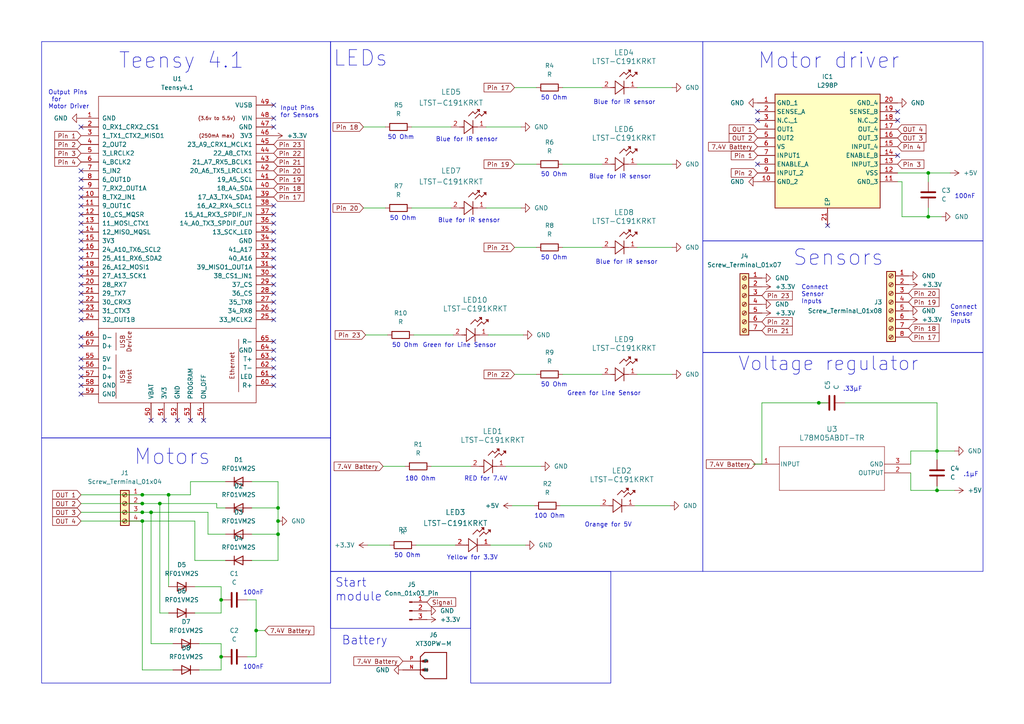
<source format=kicad_sch>
(kicad_sch (version 20230121) (generator eeschema)
  (paper "A4")
  (lib_symbols
    (symbol "Connector:Conn_01x03_Pin" (pin_names (offset 1.016) hide)
      (property "Reference" "J" (at 0 5.08 0))
      (property "Value" "Conn_01x03_Pin" (at 0 -5.08 0))
      (symbol "Conn_01x03_Pin_1_1"
        (pin passive line (at 5.08 2.54 180) (length 3.81) (name "Pin_1") (number "1"))
        (pin passive line (at 5.08 0 180) (length 3.81) (name "Pin_2") (number "2"))
        (pin passive line (at 5.08 -2.54 180) (length 3.81) (name "Pin_3") (number "3"))
      )
    )
    (symbol "Connector:Screw_Terminal_01x04" (pin_names (offset 1.016) hide)
      (property "Reference" "J" (at 0 5.08 0))
      (property "Value" "Screw_Terminal_01x04" (at 0 -7.62 0))
      (symbol "Screw_Terminal_01x04_1_1"
        (pin passive line (at -5.08 2.54 0) (length 3.81) (name "Pin_1") (number "1"))
        (pin passive line (at -5.08 0 0) (length 3.81) (name "Pin_2") (number "2"))
        (pin passive line (at -5.08 -2.54 0) (length 3.81) (name "Pin_3") (number "3"))
        (pin passive line (at -5.08 -5.08 0) (length 3.81) (name "Pin_4") (number "4"))
      )
    )
    (symbol "Connector:Screw_Terminal_01x07" (pin_names (offset 1.016) hide)
      (property "Reference" "J" (at 0 10.16 0))
      (property "Value" "Screw_Terminal_01x07" (at 0 -10.16 0))
      (symbol "Screw_Terminal_01x07_1_1"
        (pin passive line (at -5.08 7.62 0) (length 3.81) (name "Pin_1") (number "1"))
        (pin passive line (at -5.08 5.08 0) (length 3.81) (name "Pin_2") (number "2"))
        (pin passive line (at -5.08 2.54 0) (length 3.81) (name "Pin_3") (number "3"))
        (pin passive line (at -5.08 0 0) (length 3.81) (name "Pin_4") (number "4"))
        (pin passive line (at -5.08 -2.54 0) (length 3.81) (name "Pin_5") (number "5"))
        (pin passive line (at -5.08 -5.08 0) (length 3.81) (name "Pin_6") (number "6"))
        (pin passive line (at -5.08 -7.62 0) (length 3.81) (name "Pin_7") (number "7"))
      )
    )
    (symbol "Connector:Screw_Terminal_01x08" (pin_names (offset 1.016) hide)
      (property "Reference" "J" (at 0 10.16 0))
      (property "Value" "Screw_Terminal_01x08" (at 0 -12.7 0))
      (symbol "Screw_Terminal_01x08_1_1"
        (pin passive line (at -5.08 7.62 0) (length 3.81) (name "Pin_1") (number "1"))
        (pin passive line (at -5.08 5.08 0) (length 3.81) (name "Pin_2") (number "2"))
        (pin passive line (at -5.08 2.54 0) (length 3.81) (name "Pin_3") (number "3"))
        (pin passive line (at -5.08 0 0) (length 3.81) (name "Pin_4") (number "4"))
        (pin passive line (at -5.08 -2.54 0) (length 3.81) (name "Pin_5") (number "5"))
        (pin passive line (at -5.08 -5.08 0) (length 3.81) (name "Pin_6") (number "6"))
        (pin passive line (at -5.08 -7.62 0) (length 3.81) (name "Pin_7") (number "7"))
        (pin passive line (at -5.08 -10.16 0) (length 3.81) (name "Pin_8") (number "8"))
      )
    )
    (symbol "Device:C" (pin_numbers hide) (pin_names (offset 0.254))
      (property "Reference" "C" (at 0.635 2.54 0))
      (property "Value" "C" (at 0.635 -2.54 0))
      (symbol "C_1_1"
        (pin passive line (at 0 3.81 270) (length 2.794) (name "~") (number "1"))
        (pin passive line (at 0 -3.81 90) (length 2.794) (name "~") (number "2"))
      )
    )
    (symbol "Device:R" (pin_numbers hide) (pin_names (offset 0))
      (property "Reference" "R" (at 2.032 0 90))
      (property "Value" "R" (at 0 0 90))
      (symbol "R_1_1"
        (pin passive line (at 0 3.81 270) (length 1.27) (name "~") (number "1"))
        (pin passive line (at 0 -3.81 90) (length 1.27) (name "~") (number "2"))
      )
    )
    (symbol "Diode:RF01VM2S" (pin_numbers hide) (pin_names hide)
      (property "Reference" "D" (at 0 2.54 0))
      (property "Value" "RF01VM2S" (at 0 -2.54 0))
      (symbol "RF01VM2S_1_1"
        (pin passive line (at -3.81 0 0) (length 2.54) (name "K") (number "1"))
        (pin passive line (at 3.81 0 180) (length 2.54) (name "A") (number "2"))
      )
    )
    (symbol "L298P:L298P"
      (property "Reference" "IC" (at 36.83 7.62 0))
      (property "Value" "L298P" (at 36.83 5.08 0))
      (symbol "L298P_1_1"
        (pin passive line (at 0 0 0) (length 5.08) (name "GND_1") (number "1"))
        (pin passive line (at 0 -22.86 0) (length 5.08) (name "GND_2") (number "10"))
        (pin passive line (at 40.64 -22.86 180) (length 5.08) (name "GND_3") (number "11"))
        (pin passive line (at 40.64 -20.32 180) (length 5.08) (name "VSS") (number "12"))
        (pin passive line (at 40.64 -17.78 180) (length 5.08) (name "INPUT_3") (number "13"))
        (pin passive line (at 40.64 -15.24 180) (length 5.08) (name "ENABLE_B") (number "14"))
        (pin passive line (at 40.64 -12.7 180) (length 5.08) (name "INPUT_4") (number "15"))
        (pin passive line (at 40.64 -10.16 180) (length 5.08) (name "OUT_3") (number "16"))
        (pin passive line (at 40.64 -7.62 180) (length 5.08) (name "OUT_4") (number "17"))
        (pin passive line (at 40.64 -5.08 180) (length 5.08) (name "N.C._2") (number "18"))
        (pin passive line (at 40.64 -2.54 180) (length 5.08) (name "SENSE_B") (number "19"))
        (pin passive line (at 0 -2.54 0) (length 5.08) (name "SENSE_A") (number "2"))
        (pin passive line (at 40.64 0 180) (length 5.08) (name "GND_4") (number "20"))
        (pin passive line (at 20.32 -35.56 90) (length 5.08) (name "EP") (number "21"))
        (pin passive line (at 0 -5.08 0) (length 5.08) (name "N.C._1") (number "3"))
        (pin passive line (at 0 -7.62 0) (length 5.08) (name "OUT1") (number "4"))
        (pin passive line (at 0 -10.16 0) (length 5.08) (name "OUT2") (number "5"))
        (pin passive line (at 0 -12.7 0) (length 5.08) (name "VS") (number "6"))
        (pin passive line (at 0 -15.24 0) (length 5.08) (name "INPUT1") (number "7"))
        (pin passive line (at 0 -17.78 0) (length 5.08) (name "ENABLE_A") (number "8"))
        (pin passive line (at 0 -20.32 0) (length 5.08) (name "INPUT_2") (number "9"))
      )
    )
    (symbol "L78M05ABDT-TR:L78M05ABDT-TR" (pin_names (offset 0.254))
      (property "Reference" "U3" (at 22.86 10.16 0))
      (property "Value" "L78M05ABDT-TR" (at 22.86 7.62 0))
      (symbol "L78M05ABDT-TR_0_1"
        (pin input line (at 0 0 0) (length 7.62) (name "INPUT") (number "1"))
        (pin power_out line (at 45.72 0 180) (length 7.62) (name "GND") (number "3"))
      )
      (symbol "L78M05ABDT-TR_1_1"
        (pin power_out line (at 45.72 -2.54 180) (length 7.62) (name "OUTPUT") (number "2"))
      )
    )
    (symbol "LED--:LTST-C191KRKT" (pin_names (offset 0.254))
      (property "Reference" "LED" (at 5.08 -4.445 0))
      (property "Value" "LTST-C191KRKT" (at 5.08 -7.62 0))
      (symbol "LTST-C191KRKT_1_1"
        (pin unspecified line (at 10.16 0 180) (length 2.54) (name "") (number "1"))
        (pin unspecified line (at 0 0 0) (length 2.54) (name "") (number "2"))
      )
      (symbol "LTST-C191KRKT_1_2"
        (pin unspecified line (at 0 10.16 270) (length 2.54) (name "") (number "1"))
        (pin unspecified line (at 0 0 90) (length 2.54) (name "") (number "2"))
      )
    )
    (symbol "XT30PW-M:XT30PW-M" (pin_names (offset 1.016))
      (property "Reference" "J6" (at -3.81 7.62 0))
      (property "Value" "XT30PW-M" (at -3.81 5.08 0))
      (symbol "XT30PW-M_1_0"
        (pin power_out line (at 5.08 -2.54 180) (length 5.08) (name "N") (number "N"))
        (pin power_out line (at 5.08 0 180) (length 5.08) (name "P") (number "P"))
      )
    )
    (symbol "power:+3.3V" (power) (pin_names (offset 0))
      (property "Value" "+3.3V" (at 0 3.556 0))
      (symbol "+3.3V_1_1"
        (pin power_in line (at 0 0 90) (length 0) hide (name "+3.3V") (number "1"))
      )
    )
    (symbol "power:+5V" (power) (pin_names (offset 0))
      (property "Value" "+5V" (at 0 3.556 0))
      (symbol "+5V_1_1"
        (pin power_in line (at 0 0 90) (length 0) hide (name "+5V") (number "1"))
      )
    )
    (symbol "power:GND" (power) (pin_names (offset 0))
      (property "Value" "GND" (at 0 -3.81 0))
      (symbol "GND_1_1"
        (pin power_in line (at 0 0 270) (length 0) hide (name "GND") (number "1"))
      )
    )
    (symbol "teensy:Teensy4.1" (pin_names (offset 1.016))
      (property "Reference" "U" (at 0 64.77 0))
      (property "Value" "Teensy4.1" (at 0 62.23 0))
      (symbol "Teensy4.1_0_0"
        (text "(250mA max)" (at 11.43 49.53 0) (effects (font (size 1.016 1.016))))
        (text "(3.6v to 5.5v)" (at 11.43 54.61 0) (effects (font (size 1.016 1.016))))
        (text "Device" (at -13.97 -10.16 900) (effects (font (size 1.27 1.27))))
        (text "Ethernet" (at 15.875 -17.145 900) (effects (font (size 1.27 1.27))))
        (text "Host" (at -13.97 -20.32 900) (effects (font (size 1.27 1.27))))
        (text "USB" (at -15.875 -20.32 900) (effects (font (size 1.27 1.27))))
        (text "USB" (at -15.875 -10.16 900) (effects (font (size 1.27 1.27))))
        (pin bidirectional line (at -27.94 31.75 0) (length 5.08) (name "8_TX2_IN1") (number "10"))
        (pin bidirectional line (at -27.94 29.21 0) (length 5.08) (name "9_OUT1C") (number "11"))
        (pin bidirectional line (at -27.94 26.67 0) (length 5.08) (name "10_CS_MQSR") (number "12"))
        (pin bidirectional line (at -27.94 24.13 0) (length 5.08) (name "11_MOSI_CTX1") (number "13"))
        (pin bidirectional line (at -27.94 21.59 0) (length 5.08) (name "12_MISO_MQSL") (number "14"))
        (pin power_in line (at -27.94 19.05 0) (length 5.08) (name "3V3") (number "15"))
        (pin bidirectional line (at -27.94 16.51 0) (length 5.08) (name "24_A10_TX6_SCL2") (number "16"))
        (pin bidirectional line (at -27.94 13.97 0) (length 5.08) (name "25_A11_RX6_SDA2") (number "17"))
        (pin bidirectional line (at -27.94 11.43 0) (length 5.08) (name "26_A12_MOSI1") (number "18"))
        (pin bidirectional line (at -27.94 8.89 0) (length 5.08) (name "27_A13_SCK1") (number "19"))
        (pin bidirectional line (at -27.94 6.35 0) (length 5.08) (name "28_RX7") (number "20"))
        (pin bidirectional line (at -27.94 3.81 0) (length 5.08) (name "29_TX7") (number "21"))
        (pin bidirectional line (at -27.94 1.27 0) (length 5.08) (name "30_CRX3") (number "22"))
        (pin bidirectional line (at -27.94 -1.27 0) (length 5.08) (name "31_CTX3") (number "23"))
        (pin bidirectional line (at -27.94 -3.81 0) (length 5.08) (name "32_OUT1B") (number "24"))
        (pin bidirectional line (at 27.94 -3.81 180) (length 5.08) (name "33_MCLK2") (number "25"))
        (pin bidirectional line (at 27.94 -1.27 180) (length 5.08) (name "34_RX8") (number "26"))
        (pin bidirectional line (at 27.94 1.27 180) (length 5.08) (name "35_TX8") (number "27"))
        (pin bidirectional line (at 27.94 3.81 180) (length 5.08) (name "36_CS") (number "28"))
        (pin bidirectional line (at 27.94 6.35 180) (length 5.08) (name "37_CS") (number "29"))
        (pin bidirectional line (at 27.94 8.89 180) (length 5.08) (name "38_CS1_IN1") (number "30"))
        (pin bidirectional line (at 27.94 11.43 180) (length 5.08) (name "39_MISO1_OUT1A") (number "31"))
        (pin bidirectional line (at 27.94 13.97 180) (length 5.08) (name "40_A16") (number "32"))
        (pin bidirectional line (at 27.94 16.51 180) (length 5.08) (name "41_A17") (number "33"))
        (pin bidirectional line (at 27.94 21.59 180) (length 5.08) (name "13_SCK_LED") (number "35"))
        (pin bidirectional line (at 27.94 24.13 180) (length 5.08) (name "14_A0_TX3_SPDIF_OUT") (number "36"))
        (pin bidirectional line (at 27.94 26.67 180) (length 5.08) (name "15_A1_RX3_SPDIF_IN") (number "37"))
        (pin bidirectional line (at 27.94 29.21 180) (length 5.08) (name "16_A2_RX4_SCL1") (number "38"))
        (pin bidirectional line (at 27.94 31.75 180) (length 5.08) (name "17_A3_TX4_SDA1") (number "39"))
        (pin bidirectional line (at 27.94 34.29 180) (length 5.08) (name "18_A4_SDA") (number "40"))
        (pin bidirectional line (at 27.94 36.83 180) (length 5.08) (name "19_A5_SCL") (number "41"))
        (pin bidirectional line (at 27.94 39.37 180) (length 5.08) (name "20_A6_TX5_LRCLK1") (number "42"))
        (pin bidirectional line (at 27.94 41.91 180) (length 5.08) (name "21_A7_RX5_BCLK1") (number "43"))
        (pin bidirectional line (at 27.94 44.45 180) (length 5.08) (name "22_A8_CTX1") (number "44"))
        (pin bidirectional line (at 27.94 46.99 180) (length 5.08) (name "23_A9_CRX1_MCLK1") (number "45"))
        (pin output line (at 27.94 49.53 180) (length 5.08) (name "3V3") (number "46"))
        (pin output line (at 27.94 52.07 180) (length 5.08) (name "GND") (number "47"))
        (pin power_in line (at 27.94 54.61 180) (length 5.08) (name "VIN") (number "48"))
        (pin power_out line (at 27.94 58.42 180) (length 5.08) (name "VUSB") (number "49"))
        (pin bidirectional line (at -27.94 44.45 0) (length 5.08) (name "3_LRCLK2") (number "5"))
        (pin power_in line (at -7.62 -33.02 90) (length 5.08) (name "VBAT") (number "50"))
        (pin power_in line (at -3.81 -33.02 90) (length 5.08) (name "3V3") (number "51"))
        (pin input line (at 0 -33.02 90) (length 5.08) (name "GND") (number "52"))
        (pin input line (at 3.81 -33.02 90) (length 5.08) (name "PROGRAM") (number "53"))
        (pin input line (at 7.62 -33.02 90) (length 5.08) (name "ON_OFF") (number "54"))
        (pin power_out line (at -27.94 -15.24 0) (length 5.08) (name "5V") (number "55"))
        (pin bidirectional line (at -27.94 -17.78 0) (length 5.08) (name "D-") (number "56"))
        (pin bidirectional line (at -27.94 -20.32 0) (length 5.08) (name "D+") (number "57"))
        (pin power_in line (at -27.94 -22.86 0) (length 5.08) (name "GND") (number "58"))
        (pin power_in line (at -27.94 -25.4 0) (length 5.08) (name "GND") (number "59"))
        (pin bidirectional line (at -27.94 41.91 0) (length 5.08) (name "4_BCLK2") (number "6"))
        (pin bidirectional line (at 27.94 -22.86 180) (length 5.08) (name "R+") (number "60"))
        (pin bidirectional line (at 27.94 -20.32 180) (length 5.08) (name "LED") (number "61"))
        (pin bidirectional line (at 27.94 -17.78 180) (length 5.08) (name "T-") (number "62"))
        (pin bidirectional line (at 27.94 -15.24 180) (length 5.08) (name "T+") (number "63"))
        (pin power_in line (at 27.94 -12.7 180) (length 5.08) (name "GND") (number "64"))
        (pin bidirectional line (at 27.94 -10.16 180) (length 5.08) (name "R-") (number "65"))
        (pin bidirectional line (at -27.94 -8.89 0) (length 5.08) (name "D-") (number "66"))
        (pin bidirectional line (at -27.94 -11.43 0) (length 5.08) (name "D+") (number "67"))
        (pin bidirectional line (at -27.94 39.37 0) (length 5.08) (name "5_IN2") (number "7"))
        (pin bidirectional line (at -27.94 36.83 0) (length 5.08) (name "6_OUT1D") (number "8"))
        (pin bidirectional line (at -27.94 34.29 0) (length 5.08) (name "7_RX2_OUT1A") (number "9"))
      )
      (symbol "Teensy4.1_1_1"
        (pin power_in line (at -27.94 54.61 0) (length 5.08) (name "GND") (number "1"))
        (pin bidirectional line (at -27.94 52.07 0) (length 5.08) (name "0_RX1_CRX2_CS1") (number "2"))
        (pin bidirectional line (at -27.94 49.53 0) (length 5.08) (name "1_TX1_CTX2_MISO1") (number "3"))
        (pin power_in line (at 27.94 19.05 180) (length 5.08) (name "GND") (number "34"))
        (pin bidirectional line (at -27.94 46.99 0) (length 5.08) (name "2_OUT2") (number "4"))
      )
    )
  )
  (junction (at 80.645 154.94))
  (junction (at 237.49 116.84))
  (junction (at 74.295 182.88))
  (junction (at 269.24 62.865))
  (junction (at 80.645 147.32))
  (junction (at 80.645 151.13))
  (junction (at 41.275 146.05))
  (junction (at 46.355 146.05))
  (junction (at 48.895 143.51))
  (junction (at 64.135 173.99))
  (junction (at 41.275 148.59))
  (junction (at 41.275 151.13))
  (junction (at 64.135 190.5))
  (junction (at 271.78 142.24))
  (junction (at 271.78 130.81))
  (junction (at 269.24 50.165))
  (junction (at 43.815 148.59))
  (junction (at 41.275 143.51))
  (no_connect (at 59.055 121.92))
  (no_connect (at 23.495 80.01))
  (no_connect (at 79.375 69.85))
  (no_connect (at 79.375 77.47))
  (no_connect (at 23.495 67.31))
  (no_connect (at 79.375 92.71))
  (no_connect (at 23.495 90.17))
  (no_connect (at 79.375 85.09))
  (no_connect (at 260.35 32.385))
  (no_connect (at 79.375 74.93))
  (no_connect (at 79.375 64.77))
  (no_connect (at 23.495 52.07))
  (no_connect (at 240.03 65.405))
  (no_connect (at 79.375 59.69))
  (no_connect (at 23.495 92.71))
  (no_connect (at 79.375 67.31))
  (no_connect (at 23.495 69.85))
  (no_connect (at 79.375 106.68))
  (no_connect (at 51.435 121.92))
  (no_connect (at 23.495 82.55))
  (no_connect (at 79.375 30.48))
  (no_connect (at 79.375 87.63))
  (no_connect (at 79.375 104.14))
  (no_connect (at 23.495 49.53))
  (no_connect (at 23.495 106.68))
  (no_connect (at 23.495 97.79))
  (no_connect (at 79.375 34.29))
  (no_connect (at 79.375 80.01))
  (no_connect (at 23.495 104.14))
  (no_connect (at 23.495 111.76))
  (no_connect (at 79.375 99.06))
  (no_connect (at 79.375 90.17))
  (no_connect (at 23.495 54.61))
  (no_connect (at 260.35 45.085))
  (no_connect (at 47.625 121.92))
  (no_connect (at 79.375 82.55))
  (no_connect (at 23.495 114.3))
  (no_connect (at 23.495 72.39))
  (no_connect (at 23.495 62.23))
  (no_connect (at 79.375 72.39))
  (no_connect (at 79.375 109.22))
  (no_connect (at 23.495 85.09))
  (no_connect (at 219.71 47.625))
  (no_connect (at 23.495 64.77))
  (no_connect (at 23.495 57.15))
  (no_connect (at 23.495 59.69))
  (no_connect (at 79.375 101.6))
  (no_connect (at 260.35 34.925))
  (no_connect (at 219.71 34.925))
  (no_connect (at 23.495 109.22))
  (no_connect (at 55.245 121.92))
  (no_connect (at 79.375 36.83))
  (no_connect (at 79.375 62.23))
  (no_connect (at 23.495 36.83))
  (no_connect (at 23.495 77.47))
  (no_connect (at 43.815 121.92))
  (no_connect (at 23.495 74.93))
  (no_connect (at 219.71 32.385))
  (no_connect (at 23.495 87.63))
  (no_connect (at 23.495 100.33))
  (no_connect (at 79.375 111.76))
  (wire (pts (xy 41.275 194.31) (xy 41.275 151.13)))
  (wire (pts (xy 106.68 158.115) (xy 113.03 158.115)))
  (wire (pts (xy 149.225 47.625) (xy 155.575 47.625)))
  (wire (pts (xy 163.195 71.755) (xy 174.625 71.755)))
  (wire (pts (xy 184.785 25.4) (xy 194.945 25.4)))
  (wire (pts (xy 57.785 186.69) (xy 64.135 186.69)))
  (wire (pts (xy 162.56 146.685) (xy 173.99 146.685)))
  (wire (pts (xy 43.815 186.69) (xy 43.815 148.59)))
  (wire (pts (xy 41.275 151.13) (xy 56.515 151.13)))
  (wire (pts (xy 142.24 158.115) (xy 152.4 158.115)))
  (wire (pts (xy 62.865 147.32) (xy 65.405 147.32)))
  (wire (pts (xy 50.165 194.31) (xy 41.275 194.31)))
  (wire (pts (xy 74.295 182.88) (xy 76.835 182.88)))
  (wire (pts (xy 56.515 151.13) (xy 56.515 162.56)))
  (wire (pts (xy 62.865 146.05) (xy 62.865 147.32)))
  (wire (pts (xy 43.815 148.59) (xy 60.325 148.59)))
  (wire (pts (xy 269.24 62.865) (xy 261.62 62.865)))
  (wire (pts (xy 73.025 154.94) (xy 80.645 154.94)))
  (wire (pts (xy 273.05 62.865) (xy 269.24 62.865)))
  (wire (pts (xy 163.195 47.625) (xy 174.625 47.625)))
  (wire (pts (xy 105.41 60.325) (xy 111.76 60.325)))
  (wire (pts (xy 271.78 116.84) (xy 271.78 130.81)))
  (wire (pts (xy 141.605 97.155) (xy 151.765 97.155)))
  (wire (pts (xy 23.495 143.51) (xy 41.275 143.51)))
  (wire (pts (xy 184.785 47.625) (xy 194.945 47.625)))
  (wire (pts (xy 50.165 186.69) (xy 43.815 186.69)))
  (wire (pts (xy 41.275 148.59) (xy 43.815 148.59)))
  (wire (pts (xy 80.645 147.32) (xy 80.645 151.13)))
  (wire (pts (xy 269.24 60.325) (xy 269.24 62.865)))
  (wire (pts (xy 237.49 116.84) (xy 220.98 116.84)))
  (wire (pts (xy 73.025 162.56) (xy 80.645 162.56)))
  (wire (pts (xy 71.755 190.5) (xy 74.295 190.5)))
  (wire (pts (xy 269.24 50.165) (xy 269.24 52.705)))
  (wire (pts (xy 74.295 173.99) (xy 74.295 182.88)))
  (wire (pts (xy 46.355 177.8) (xy 46.355 146.05)))
  (wire (pts (xy 276.86 142.24) (xy 271.78 142.24)))
  (wire (pts (xy 146.685 135.255) (xy 156.845 135.255)))
  (wire (pts (xy 148.59 146.685) (xy 154.94 146.685)))
  (wire (pts (xy 74.295 182.88) (xy 74.295 190.5)))
  (wire (pts (xy 269.24 50.165) (xy 260.35 50.165)))
  (wire (pts (xy 56.515 162.56) (xy 65.405 162.56)))
  (wire (pts (xy 48.895 143.51) (xy 55.245 143.51)))
  (wire (pts (xy 119.38 60.325) (xy 130.81 60.325)))
  (wire (pts (xy 56.515 170.18) (xy 64.135 170.18)))
  (wire (pts (xy 64.135 194.31) (xy 64.135 190.5)))
  (wire (pts (xy 271.78 130.81) (xy 264.16 130.81)))
  (wire (pts (xy 46.355 146.05) (xy 62.865 146.05)))
  (wire (pts (xy 276.86 130.81) (xy 271.78 130.81)))
  (wire (pts (xy 111.125 135.255) (xy 117.475 135.255)))
  (wire (pts (xy 120.65 158.115) (xy 132.08 158.115)))
  (wire (pts (xy 64.135 170.18) (xy 64.135 173.99)))
  (wire (pts (xy 275.59 50.165) (xy 269.24 50.165)))
  (wire (pts (xy 57.785 194.31) (xy 64.135 194.31)))
  (wire (pts (xy 271.78 142.24) (xy 264.16 142.24)))
  (wire (pts (xy 105.41 36.83) (xy 111.76 36.83)))
  (wire (pts (xy 64.135 186.69) (xy 64.135 190.5)))
  (wire (pts (xy 55.245 143.51) (xy 55.245 139.7)))
  (wire (pts (xy 23.495 151.13) (xy 41.275 151.13)))
  (wire (pts (xy 60.325 148.59) (xy 60.325 154.94)))
  (wire (pts (xy 271.78 140.97) (xy 271.78 142.24)))
  (wire (pts (xy 220.98 134.62) (xy 218.44 134.62)))
  (wire (pts (xy 119.38 36.83) (xy 130.81 36.83)))
  (wire (pts (xy 41.275 143.51) (xy 48.895 143.51)))
  (wire (pts (xy 56.515 177.8) (xy 64.135 177.8)))
  (wire (pts (xy 80.645 162.56) (xy 80.645 154.94)))
  (wire (pts (xy 71.755 173.99) (xy 74.295 173.99)))
  (wire (pts (xy 140.97 60.325) (xy 151.13 60.325)))
  (wire (pts (xy 80.645 139.7) (xy 80.645 147.32)))
  (wire (pts (xy 220.98 116.84) (xy 220.98 134.62)))
  (wire (pts (xy 163.195 108.585) (xy 174.625 108.585)))
  (wire (pts (xy 240.03 116.84) (xy 237.49 116.84)))
  (wire (pts (xy 184.15 146.685) (xy 194.31 146.685)))
  (wire (pts (xy 184.785 71.755) (xy 194.945 71.755)))
  (wire (pts (xy 55.245 139.7) (xy 65.405 139.7)))
  (wire (pts (xy 149.225 71.755) (xy 155.575 71.755)))
  (wire (pts (xy 261.62 62.865) (xy 261.62 52.705)))
  (wire (pts (xy 48.895 177.8) (xy 46.355 177.8)))
  (wire (pts (xy 48.895 143.51) (xy 48.895 170.18)))
  (wire (pts (xy 271.78 130.81) (xy 271.78 133.35)))
  (wire (pts (xy 41.275 146.05) (xy 46.355 146.05)))
  (wire (pts (xy 149.225 108.585) (xy 155.575 108.585)))
  (wire (pts (xy 264.16 142.24) (xy 264.16 137.16)))
  (wire (pts (xy 120.015 97.155) (xy 131.445 97.155)))
  (wire (pts (xy 23.495 146.05) (xy 41.275 146.05)))
  (wire (pts (xy 80.645 154.94) (xy 80.645 151.13)))
  (wire (pts (xy 149.225 25.4) (xy 155.575 25.4)))
  (wire (pts (xy 245.11 116.84) (xy 271.78 116.84)))
  (wire (pts (xy 125.095 135.255) (xy 136.525 135.255)))
  (wire (pts (xy 163.195 25.4) (xy 174.625 25.4)))
  (wire (pts (xy 23.495 148.59) (xy 41.275 148.59)))
  (wire (pts (xy 73.025 147.32) (xy 80.645 147.32)))
  (wire (pts (xy 184.785 108.585) (xy 194.945 108.585)))
  (wire (pts (xy 106.045 97.155) (xy 112.395 97.155)))
  (wire (pts (xy 60.325 154.94) (xy 65.405 154.94)))
  (wire (pts (xy 140.97 36.83) (xy 151.13 36.83)))
  (wire (pts (xy 264.16 130.81) (xy 264.16 134.62)))
  (wire (pts (xy 261.62 52.705) (xy 260.35 52.705)))
  (wire (pts (xy 64.135 177.8) (xy 64.135 173.99)))
  (wire (pts (xy 73.025 139.7) (xy 80.645 139.7)))
  (rectangle (start 136.525 165.735) (end 177.165 198.12))
  (rectangle (start 95.885 12.065) (end 203.835 165.735))
  (rectangle (start 203.835 102.235) (end 285.115 165.735))
  (rectangle (start 95.885 165.735) (end 136.525 182.245))
  (rectangle (start 12.065 127) (end 95.885 198.12))
  (rectangle (start 12.065 12.065) (end 95.885 127))
  (rectangle (start 203.835 12.065) (end 285.115 69.85))
  (rectangle (start 203.835 69.85) (end 285.115 102.235))
  (text "Blue for IR sensor" (at 172.72 76.835 0) (effects (font (size 1.27 1.27)) (justify left bottom)))
  (text "Motor driver" (at 219.71 20.32 0) (effects (font (size 4.5 4.5)) (justify left bottom)))
  (text "100nF" (at 70.485 172.72 0) (effects (font (size 1.27 1.27)) (justify left bottom)))
  (text "Blue for IR sensor" (at 126.365 41.275 0) (effects (font (size 1.27 1.27)) (justify left bottom)))
  (text "50 Ohm" (at 156.845 112.395 0) (effects (font (size 1.27 1.27)) (justify left bottom)))
  (text "Teensy 4.1" (at 34.29 20.32 0) (effects (font (size 4.5 4.5)) (justify left bottom)))
  (text "Green for Line Sensor" (at 122.555 100.965 0) (effects (font (size 1.27 1.27)) (justify left bottom)))
  (text "Connect \nSensor \nInputs" (at 232.41 88.265 0) (effects (font (size 1.27 1.27)) (justify left bottom)))
  (text "Output Pins\n for \nMotor Driver" (at 13.97 31.75 0) (effects (font (size 1.27 1.27)) (justify left bottom)))
  (text "Sensors" (at 229.87 77.47 0) (effects (font (size 4.5 4.5)) (justify left bottom)))
  (text "50 Ohm" (at 114.3 161.925 0) (effects (font (size 1.27 1.27)) (justify left bottom)))
  (text "100nF" (at 70.485 194.31 0) (effects (font (size 1.27 1.27)) (justify left bottom)))
  (text "50 Ohm" (at 113.665 100.965 0) (effects (font (size 1.27 1.27)) (justify left bottom)))
  (text "Voltage regulator" (at 213.995 107.95 0) (effects (font (size 4 4)) (justify left bottom)))
  (text "Blue for IR sensor" (at 170.815 52.07 0) (effects (font (size 1.27 1.27)) (justify left bottom)))
  (text "50 Ohm" (at 156.845 75.565 0) (effects (font (size 1.27 1.27)) (justify left bottom)))
  (text "100 Ohm" (at 154.94 150.495 0) (effects (font (size 1.27 1.27)) (justify left bottom)))
  (text "100nF" (at 276.86 57.785 0) (effects (font (size 1.27 1.27)) (justify left bottom)))
  (text "Start\nmodule" (at 97.155 174.625 0) (effects (font (size 2.5 2.5)) (justify left bottom)))
  (text "50 Ohm" (at 113.03 64.135 0) (effects (font (size 1.27 1.27)) (justify left bottom)))
  (text "Yellow for 3.3V" (at 129.54 162.56 0) (effects (font (size 1.27 1.27)) (justify left bottom)))
  (text "LEDs" (at 96.52 19.685 0) (effects (font (size 4.5 4.5)) (justify left bottom)))
  (text "Orange for 5V" (at 169.545 153.035 0) (effects (font (size 1.27 1.27)) (justify left bottom)))
  (text "Motors" (at 38.735 135.255 0) (effects (font (size 4.5 4.5)) (justify left bottom)))
  (text "Battery" (at 99.06 187.325 0) (effects (font (size 2.5 2.5)) (justify left bottom)))
  (text "Blue for IR sensor" (at 127 64.77 0) (effects (font (size 1.27 1.27)) (justify left bottom)))
  (text ".1µF" (at 279.4 138.43 0) (effects (font (size 1.27 1.27)) (justify left bottom)))
  (text "Input Pins \nfor Sensors" (at 81.28 34.29 0) (effects (font (size 1.27 1.27)) (justify left bottom)))
  (text ".33µF" (at 244.475 113.665 0) (effects (font (size 1.27 1.27)) (justify left bottom)))
  (text "180 Ohm" (at 117.475 139.7 0) (effects (font (size 1.27 1.27)) (justify left bottom)))
  (text "Blue for IR sensor" (at 172.085 30.48 0) (effects (font (size 1.27 1.27)) (justify left bottom)))
  (text "Connect \nSensor \nInputs" (at 275.59 93.98 0) (effects (font (size 1.27 1.27)) (justify left bottom)))
  (text "50 Ohm" (at 156.845 29.21 0) (effects (font (size 1.27 1.27)) (justify left bottom)))
  (text "50 Ohm" (at 156.845 51.435 0) (effects (font (size 1.27 1.27)) (justify left bottom)))
  (text "Green for Line Sensor" (at 164.465 114.935 0) (effects (font (size 1.27 1.27)) (justify left bottom)))
  (text "RED for 7.4V" (at 134.62 139.7 0) (effects (font (size 1.27 1.27)) (justify left bottom)))
  (text "50 Ohm" (at 112.395 40.64 0) (effects (font (size 1.27 1.27)) (justify left bottom)))
  (global_label "OUT 4" (shape input) (at 260.35 37.465 0) (property "Intersheetrefs" "${INTERSHEET_REFS}" (effects hide)))
  (global_label "Pin 18" (shape input) (at 79.375 54.61 0) (property "Intersheetrefs" "${INTERSHEET_REFS}" (effects hide)))
  (global_label "OUT 3" (shape input) (at 260.35 40.005 0) (property "Intersheetrefs" "${INTERSHEET_REFS}" (effects hide)))
  (global_label "OUT 4" (shape input) (at 23.495 151.13 180) (property "Intersheetrefs" "${INTERSHEET_REFS}" (effects hide)))
  (global_label "7.4V Battery" (shape input) (at 219.71 42.545 180) (property "Intersheetrefs" "${INTERSHEET_REFS}" (effects hide)))
  (global_label "Pin 17" (shape input) (at 263.525 97.79 0) (property "Intersheetrefs" "${INTERSHEET_REFS}" (effects hide)))
  (global_label "Pin 20" (shape input) (at 263.525 85.09 0) (property "Intersheetrefs" "${INTERSHEET_REFS}" (effects hide)))
  (global_label "Pin 4" (shape input) (at 23.495 46.99 180) (property "Intersheetrefs" "${INTERSHEET_REFS}" (effects hide)))
  (global_label "Pin 22" (shape input) (at 149.225 108.585 180) (property "Intersheetrefs" "${INTERSHEET_REFS}" (effects hide)))
  (global_label "Pin 21" (shape input) (at 79.375 46.99 0) (property "Intersheetrefs" "${INTERSHEET_REFS}" (effects hide)))
  (global_label "Pin 19" (shape input) (at 263.525 87.63 0) (property "Intersheetrefs" "${INTERSHEET_REFS}" (effects hide)))
  (global_label "7.4V Battery" (shape input) (at 76.835 182.88 0) (property "Intersheetrefs" "${INTERSHEET_REFS}" (effects hide)))
  (global_label "Pin 18" (shape input) (at 263.525 95.25 0) (property "Intersheetrefs" "${INTERSHEET_REFS}" (effects hide)))
  (global_label "OUT 2" (shape input) (at 23.495 146.05 180) (property "Intersheetrefs" "${INTERSHEET_REFS}" (effects hide)))
  (global_label "Pin 21" (shape input) (at 220.98 95.885 0) (property "Intersheetrefs" "${INTERSHEET_REFS}" (effects hide)))
  (global_label "Pin 19" (shape input) (at 149.225 47.625 180) (property "Intersheetrefs" "${INTERSHEET_REFS}" (effects hide)))
  (global_label "OUT 1" (shape input) (at 23.495 143.51 180) (property "Intersheetrefs" "${INTERSHEET_REFS}" (effects hide)))
  (global_label "OUT 2" (shape input) (at 219.71 40.005 180) (property "Intersheetrefs" "${INTERSHEET_REFS}" (effects hide)))
  (global_label "7.4V Battery" (shape input) (at 111.125 135.255 180) (property "Intersheetrefs" "${INTERSHEET_REFS}" (effects hide)))
  (global_label "Pin 23" (shape input) (at 79.375 41.91 0) (property "Intersheetrefs" "${INTERSHEET_REFS}" (effects hide)))
  (global_label "Pin 17" (shape input) (at 79.375 57.15 0) (property "Intersheetrefs" "${INTERSHEET_REFS}" (effects hide)))
  (global_label "Pin 22" (shape input) (at 79.375 44.45 0) (property "Intersheetrefs" "${INTERSHEET_REFS}" (effects hide)))
  (global_label "Pin 3" (shape input) (at 23.495 44.45 180) (property "Intersheetrefs" "${INTERSHEET_REFS}" (effects hide)))
  (global_label "Pin 23" (shape input) (at 220.98 85.725 0) (property "Intersheetrefs" "${INTERSHEET_REFS}" (effects hide)))
  (global_label "7.4V Battery" (shape input) (at 219.075 134.62 180) (property "Intersheetrefs" "${INTERSHEET_REFS}" (effects hide)))
  (global_label "Pin 23" (shape input) (at 106.045 97.155 180) (property "Intersheetrefs" "${INTERSHEET_REFS}" (effects hide)))
  (global_label "OUT 3" (shape input) (at 23.495 148.59 180) (property "Intersheetrefs" "${INTERSHEET_REFS}" (effects hide)))
  (global_label "Pin 2" (shape input) (at 23.495 41.91 180) (property "Intersheetrefs" "${INTERSHEET_REFS}" (effects hide)))
  (global_label "Pin 1" (shape input) (at 23.495 39.37 180) (property "Intersheetrefs" "${INTERSHEET_REFS}" (effects hide)))
  (global_label "Pin 4" (shape input) (at 260.35 42.545 0) (property "Intersheetrefs" "${INTERSHEET_REFS}" (effects hide)))
  (global_label "Pin 20" (shape input) (at 79.375 49.53 0) (property "Intersheetrefs" "${INTERSHEET_REFS}" (effects hide)))
  (global_label "Pin 17" (shape input) (at 149.225 25.4 180) (property "Intersheetrefs" "${INTERSHEET_REFS}" (effects hide)))
  (global_label "Signal" (shape input) (at 123.825 174.625 0) (property "Intersheetrefs" "${INTERSHEET_REFS}" (effects hide)))
  (global_label "Pin 20" (shape input) (at 105.41 60.325 180) (property "Intersheetrefs" "${INTERSHEET_REFS}" (effects hide)))
  (global_label "Pin 18" (shape input) (at 105.41 36.83 180) (property "Intersheetrefs" "${INTERSHEET_REFS}" (effects hide)))
  (global_label "Pin 19" (shape input) (at 79.375 52.07 0) (property "Intersheetrefs" "${INTERSHEET_REFS}" (effects hide)))
  (global_label "Pin 3" (shape input) (at 260.35 47.625 0) (property "Intersheetrefs" "${INTERSHEET_REFS}" (effects hide)))
  (global_label "7.4V Battery" (shape input) (at 116.84 191.77 180) (property "Intersheetrefs" "${INTERSHEET_REFS}" (effects hide)))
  (global_label "Pin 21" (shape input) (at 149.225 71.755 180) (property "Intersheetrefs" "${INTERSHEET_REFS}" (effects hide)))
  (global_label "Pin 22" (shape input) (at 220.98 93.345 0) (property "Intersheetrefs" "${INTERSHEET_REFS}" (effects hide)))
  (global_label "Pin 1" (shape input) (at 219.71 45.085 180) (property "Intersheetrefs" "${INTERSHEET_REFS}" (effects hide)))
  (global_label "OUT 1" (shape input) (at 219.71 37.465 180) (property "Intersheetrefs" "${INTERSHEET_REFS}" (effects hide)))
  (global_label "Pin 2" (shape input) (at 219.71 50.165 180) (property "Intersheetrefs" "${INTERSHEET_REFS}" (effects hide)))
  (symbol (lib_id "power:GND") (at 219.71 52.705 270) (unit 1)
    (property "Reference" "#PWR05" (effects hide))
    (property "Value" "GND" (at 215.9 52.705 90) (effects (justify right)))
  )
  (symbol (lib_id "Device:R") (at 116.205 97.155 270) (unit 1)
    (property "Reference" "R10" (at 116.205 90.805 90))
    (property "Value" "R" (at 116.205 93.345 90))
  )
  (symbol (lib_id "LED--:LTST-C191KRKT") (at 174.625 47.625 0) (unit 1)
    (property "Reference" "LED6" (at 180.975 37.465 0) (effects (font (size 1.524 1.524))))
    (property "Value" "LTST-C191KRKT" (at 180.975 40.005 0) (effects (font (size 1.524 1.524))))
    (property "Footprint" "LED_LTST-C191KRKT_LTO" (effects hide))
    (property "Datasheet" "LTST-C191KRKT" (effects hide))
  )
  (symbol (lib_id "Device:C") (at 67.945 173.99 90) (unit 1)
    (property "Reference" "C1" (at 67.945 166.37 90))
    (property "Value" "C" (at 67.945 168.91 90))
  )
  (symbol (lib_id "Device:R") (at 115.57 36.83 270) (unit 1)
    (property "Reference" "R5" (at 115.57 30.48 90))
    (property "Value" "R" (at 115.57 33.02 90))
  )
  (symbol (lib_id "power:GND") (at 151.765 97.155 90) (unit 1)
    (property "Reference" "#PWR033" (effects hide))
    (property "Value" "GND" (at 155.575 97.155 90) (effects (justify right)))
  )
  (symbol (lib_id "power:GND") (at 152.4 158.115 90) (unit 1)
    (property "Reference" "#PWR025" (effects hide))
    (property "Value" "GND" (at 156.21 158.115 90) (effects (justify right)))
  )
  (symbol (lib_id "Diode:RF01VM2S") (at 53.975 194.31 0) (mirror y) (unit 1)
    (property "Reference" "D8" (at 53.975 187.96 0))
    (property "Value" "RF01VM2S" (at 53.975 190.5 0))
    (property "Footprint" "Diode_SMD:D_SOD-323" (effects hide))
    (property "Datasheet" "https://fscdn.rohm.com/en/products/databook/datasheet/discrete/diode/fast_recovery/rf01vm2s.pdf" (effects hide))
    (property "Sim.Device" "D" (effects hide))
    (property "Sim.Pins" "1=K 2=A" (effects hide))
  )
  (symbol (lib_id "Diode:RF01VM2S") (at 52.705 170.18 0) (mirror y) (unit 1)
    (property "Reference" "D5" (at 52.705 163.83 0))
    (property "Value" "RF01VM2S" (at 52.705 166.37 0))
    (property "Footprint" "Diode_SMD:D_SOD-323" (effects hide))
    (property "Datasheet" "https://fscdn.rohm.com/en/products/databook/datasheet/discrete/diode/fast_recovery/rf01vm2s.pdf" (effects hide))
    (property "Sim.Device" "D" (effects hide))
    (property "Sim.Pins" "1=K 2=A" (effects hide))
  )
  (symbol (lib_id "Device:R") (at 159.385 47.625 270) (unit 1)
    (property "Reference" "R6" (at 159.385 41.275 90))
    (property "Value" "R" (at 159.385 43.815 90))
  )
  (symbol (lib_id "power:GND") (at 151.13 36.83 90) (unit 1)
    (property "Reference" "#PWR027" (effects hide))
    (property "Value" "GND" (at 154.94 36.83 90) (effects (justify right)))
  )
  (symbol (lib_id "power:+3.3V") (at 263.525 92.71 270) (unit 1)
    (property "Reference" "#PWR013" (effects hide))
    (property "Value" "+3.3V" (at 267.335 92.71 90) (effects (justify left)))
  )
  (symbol (lib_id "teensy:Teensy4.1") (at 51.435 88.9 0) (unit 1)
    (property "Reference" "U1" (at 51.435 22.86 0))
    (property "Value" "Teensy4.1" (at 51.435 25.4 0))
    (property "Footprint" "RW_Wasabi:Teensy41" (effects hide))
  )
  (symbol (lib_id "Device:R") (at 159.385 25.4 270) (unit 1)
    (property "Reference" "R4" (at 159.385 19.05 90))
    (property "Value" "R" (at 159.385 21.59 90))
  )
  (symbol (lib_id "Diode:RF01VM2S") (at 69.215 147.32 0) (unit 1)
    (property "Reference" "D2" (at 69.215 140.97 0))
    (property "Value" "RF01VM2S" (at 69.215 143.51 0))
    (property "Footprint" "Diode_SMD:D_SOD-323" (effects hide))
    (property "Datasheet" "https://fscdn.rohm.com/en/products/databook/datasheet/discrete/diode/fast_recovery/rf01vm2s.pdf" (effects hide))
    (property "Sim.Device" "D" (effects hide))
    (property "Sim.Pins" "1=K 2=A" (effects hide))
  )
  (symbol (lib_id "power:GND") (at 194.945 108.585 90) (unit 1)
    (property "Reference" "#PWR032" (effects hide))
    (property "Value" "GND" (at 198.755 108.585 90) (effects (justify right)))
  )
  (symbol (lib_id "power:GND") (at 156.845 135.255 90) (unit 1)
    (property "Reference" "#PWR022" (effects hide))
    (property "Value" "GND" (at 160.655 135.255 90) (effects (justify right)))
  )
  (symbol (lib_id "Device:R") (at 159.385 108.585 270) (unit 1)
    (property "Reference" "R9" (at 159.385 102.235 90))
    (property "Value" "R" (at 159.385 104.775 90))
  )
  (symbol (lib_id "power:+3.3V") (at 79.375 39.37 270) (unit 1)
    (property "Reference" "#PWR017" (effects hide))
    (property "Value" "+3.3V" (at 83.185 39.37 90) (effects (justify left)))
  )
  (symbol (lib_id "power:+3.3V") (at 220.98 83.185 270) (unit 1)
    (property "Reference" "#PWR020" (effects hide))
    (property "Value" "+3.3V" (at 224.79 83.185 90) (effects (justify left)))
  )
  (symbol (lib_id "Connector:Screw_Terminal_01x07") (at 215.9 88.265 0) (mirror y) (unit 1)
    (property "Reference" "J4" (at 215.9 74.295 0))
    (property "Value" "Screw_Terminal_01x07" (at 215.9 76.835 0))
  )
  (symbol (lib_id "power:GND") (at 260.35 29.845 90) (unit 1)
    (property "Reference" "#PWR02" (effects hide))
    (property "Value" "GND" (at 264.16 29.845 90) (effects (justify right)))
  )
  (symbol (lib_id "power:+5V") (at 276.86 142.24 270) (unit 1)
    (property "Reference" "#PWR011" (effects hide))
    (property "Value" "+5V" (at 280.67 142.24 90) (effects (justify left)))
  )
  (symbol (lib_id "Device:C") (at 241.3 116.84 90) (unit 1)
    (property "Reference" "C5" (at 240.03 113.03 0) (effects (justify left)))
    (property "Value" "C" (at 242.57 113.03 0) (effects (justify left)))
  )
  (symbol (lib_id "L298P:L298P") (at 219.71 29.845 0) (unit 1)
    (property "Reference" "IC1" (at 240.03 22.225 0))
    (property "Value" "L298P" (at 240.03 24.765 0))
    (property "Footprint" "RW_Wasabi:L298P" (effects hide))
    (property "Datasheet" "https://datasheet.datasheetarchive.com/originals/distributors/Datasheets-32/DSA-634400.pdf" (effects hide))
    (property "Height" "3.6" (effects hide))
    (property "Mouser Part Number" "511-L298P" (effects hide))
    (property "Mouser Price/Stock" "https://www.mouser.co.uk/ProductDetail/STMicroelectronics/L298P?qs=lDh9v96ogBZNJERYYNX11w%3D%3D" (effects hide))
    (property "Manufacturer_Name" "STMicroelectronics" (effects hide))
    (property "Manufacturer_Part_Number" "L298P" (effects hide))
  )
  (symbol (lib_id "LED--:LTST-C191KRKT") (at 130.81 36.83 0) (unit 1)
    (property "Reference" "LED5" (at 130.81 26.67 0) (effects (font (size 1.524 1.524))))
    (property "Value" "LTST-C191KRKT" (at 130.81 29.845 0) (effects (font (size 1.524 1.524))))
    (property "Footprint" "LED_LTST-C191KRKT_LTO" (effects hide))
    (property "Datasheet" "LTST-C191KRKT" (effects hide))
  )
  (symbol (lib_id "Device:R") (at 116.84 158.115 270) (unit 1)
    (property "Reference" "R3" (at 116.84 153.67 90))
    (property "Value" "R" (at 116.84 154.305 90))
  )
  (symbol (lib_id "power:+3.3V") (at 263.525 82.55 270) (unit 1)
    (property "Reference" "#PWR015" (effects hide))
    (property "Value" "+3.3V" (at 267.335 82.55 90) (effects (justify left)))
  )
  (symbol (lib_id "LED--:LTST-C191KRKT") (at 130.81 60.325 0) (unit 1)
    (property "Reference" "LED7" (at 130.81 49.53 0) (effects (font (size 1.524 1.524))))
    (property "Value" "LTST-C191KRKT" (at 130.81 52.705 0) (effects (font (size 1.524 1.524))))
    (property "Footprint" "LED_LTST-C191KRKT_LTO" (effects hide))
    (property "Datasheet" "LTST-C191KRKT" (effects hide))
  )
  (symbol (lib_id "power:GND") (at 194.945 25.4 90) (unit 1)
    (property "Reference" "#PWR028" (effects hide))
    (property "Value" "GND" (at 198.755 25.4 90) (effects (justify right)))
  )
  (symbol (lib_id "LED--:LTST-C191KRKT") (at 174.625 71.755 0) (unit 1)
    (property "Reference" "LED8" (at 180.975 61.595 0) (effects (font (size 1.524 1.524))))
    (property "Value" "LTST-C191KRKT" (at 180.975 64.135 0) (effects (font (size 1.524 1.524))))
    (property "Footprint" "LED_LTST-C191KRKT_LTO" (effects hide))
    (property "Datasheet" "LTST-C191KRKT" (effects hide))
  )
  (symbol (lib_id "Connector:Conn_01x03_Pin") (at 118.745 177.165 0) (unit 1)
    (property "Reference" "J5" (at 119.38 169.545 0))
    (property "Value" "Conn_01x03_Pin" (at 119.38 172.085 0))
    (property "Footprint" "Connector:FanPinHeader_1x03_P2.54mm_Vertical" (effects hide))
  )
  (symbol (lib_id "power:GND") (at 23.495 34.29 270) (unit 1)
    (property "Reference" "#PWR01" (effects hide))
    (property "Value" "GND" (at 19.685 34.29 90) (effects (justify right)))
  )
  (symbol (lib_id "Device:R") (at 159.385 71.755 270) (unit 1)
    (property "Reference" "R8" (at 159.385 65.405 90))
    (property "Value" "R" (at 159.385 67.945 90))
  )
  (symbol (lib_id "LED--:LTST-C191KRKT") (at 131.445 97.155 0) (unit 1)
    (property "Reference" "LED10" (at 137.795 86.995 0) (effects (font (size 1.524 1.524))))
    (property "Value" "LTST-C191KRKT" (at 137.795 89.535 0) (effects (font (size 1.524 1.524))))
    (property "Footprint" "LED_LTST-C191KRKT_LTO" (effects hide))
    (property "Datasheet" "LTST-C191KRKT" (effects hide))
  )
  (symbol (lib_id "power:+3.3V") (at 123.825 179.705 270) (unit 1)
    (property "Reference" "#PWR021" (effects hide))
    (property "Value" "+3.3V" (at 127.635 179.705 90) (effects (justify left)))
  )
  (symbol (lib_id "L78M05ABDT-TR:L78M05ABDT-TR") (at 218.44 134.62 0) (unit 1)
    (property "Reference" "U3" (at 241.3 124.46 0) (effects (font (size 1.524 1.524))))
    (property "Value" "L78M05ABDT-TR" (at 241.3 127 0) (effects (font (size 1.524 1.524))))
    (property "Footprint" "DPAK_STM" (effects hide))
    (property "Datasheet" "L78M05ABDT-TR" (effects hide))
  )
  (symbol (lib_id "power:GND") (at 194.945 71.755 90) (unit 1)
    (property "Reference" "#PWR031" (effects hide))
    (property "Value" "GND" (at 198.755 71.755 90) (effects (justify right)))
  )
  (symbol (lib_id "power:+3.3V") (at 220.98 90.805 270) (unit 1)
    (property "Reference" "#PWR018" (effects hide))
    (property "Value" "+3.3V" (at 224.79 90.805 90) (effects (justify left)))
  )
  (symbol (lib_id "Diode:RF01VM2S") (at 69.215 154.94 0) (unit 1)
    (property "Reference" "D3" (at 69.215 148.59 0))
    (property "Value" "RF01VM2S" (at 69.215 151.13 0))
    (property "Footprint" "Diode_SMD:D_SOD-323" (effects hide))
    (property "Datasheet" "https://fscdn.rohm.com/en/products/databook/datasheet/discrete/diode/fast_recovery/rf01vm2s.pdf" (effects hide))
    (property "Sim.Device" "D" (effects hide))
    (property "Sim.Pins" "1=K 2=A" (effects hide))
  )
  (symbol (lib_id "Connector:Screw_Terminal_01x04") (at 36.195 146.05 0) (mirror y) (unit 1)
    (property "Reference" "J1" (at 36.195 137.16 0))
    (property "Value" "Screw_Terminal_01x04" (at 36.195 139.7 0))
  )
  (symbol (lib_id "power:GND") (at 151.13 60.325 90) (unit 1)
    (property "Reference" "#PWR030" (effects hide))
    (property "Value" "GND" (at 154.94 60.325 90) (effects (justify right)))
  )
  (symbol (lib_id "Diode:RF01VM2S") (at 69.215 139.7 0) (unit 1)
    (property "Reference" "D1" (at 69.215 133.35 0))
    (property "Value" "RF01VM2S" (at 69.215 135.89 0))
    (property "Footprint" "Diode_SMD:D_SOD-323" (effects hide))
    (property "Datasheet" "https://fscdn.rohm.com/en/products/databook/datasheet/discrete/diode/fast_recovery/rf01vm2s.pdf" (effects hide))
    (property "Sim.Device" "D" (effects hide))
    (property "Sim.Pins" "1=K 2=A" (effects hide))
  )
  (symbol (lib_id "power:GND") (at 194.31 146.685 90) (unit 1)
    (property "Reference" "#PWR023" (effects hide))
    (property "Value" "GND" (at 198.12 146.685 90) (effects (justify right)))
  )
  (symbol (lib_id "Diode:RF01VM2S") (at 69.215 162.56 0) (unit 1)
    (property "Reference" "D4" (at 69.215 156.21 0))
    (property "Value" "RF01VM2S" (at 69.215 158.75 0))
    (property "Footprint" "Diode_SMD:D_SOD-323" (effects hide))
    (property "Datasheet" "https://fscdn.rohm.com/en/products/databook/datasheet/discrete/diode/fast_recovery/rf01vm2s.pdf" (effects hide))
    (property "Sim.Device" "D" (effects hide))
    (property "Sim.Pins" "1=K 2=A" (effects hide))
  )
  (symbol (lib_id "LED--:LTST-C191KRKT") (at 174.625 25.4 0) (unit 1)
    (property "Reference" "LED4" (at 180.975 15.24 0) (effects (font (size 1.524 1.524))))
    (property "Value" "LTST-C191KRKT" (at 180.975 17.78 0) (effects (font (size 1.524 1.524))))
    (property "Footprint" "LED_LTST-C191KRKT_LTO" (effects hide))
    (property "Datasheet" "LTST-C191KRKT" (effects hide))
  )
  (symbol (lib_id "power:+5V") (at 275.59 50.165 270) (mirror x) (unit 1)
    (property "Reference" "#PWR08" (effects hide))
    (property "Value" "+5V" (at 279.4 50.165 90) (effects (justify left)))
  )
  (symbol (lib_id "power:GND") (at 263.525 90.17 90) (unit 1)
    (property "Reference" "#PWR012" (effects hide))
    (property "Value" "GND" (at 267.335 90.17 90) (effects (justify right)))
  )
  (symbol (lib_id "XT30PW-M:XT30PW-M") (at 121.92 191.77 0) (mirror y) (unit 1)
    (property "Reference" "J6" (at 125.73 184.15 0))
    (property "Value" "XT30PW-M" (at 125.73 186.69 0))
    (property "Footprint" "XT30PW-M:AMASS_XT30PW-M" (effects hide))
    (property "MF" "AMASS" (effects hide))
    (property "MAXIMUM_PACKAGE_HEIGHT" "5 mm" (effects hide))
    (property "Package" "None" (effects hide))
    (property "Price" "None" (effects hide))
    (property "Check_prices" "https://www.snapeda.com/parts/XT30PW-M/AMASS/view-part/?ref=eda" (effects hide))
    (property "STANDARD" "Manufacturer Recommendations" (effects hide))
    (property "PARTREV" "1.2" (effects hide))
    (property "SnapEDA_Link" "https://www.snapeda.com/parts/XT30PW-M/AMASS/view-part/?ref=snap" (effects hide))
    (property "MP" "XT30PW-M" (effects hide))
    (property "Description" "\nSocket; DC supply; XT30; male; PIN: 2; on PCBs; THT; Colour: yellow\n" (effects hide))
    (property "MANUFACTURER" "Amass" (effects hide))
    (property "Availability" "Not in stock" (effects hide))
    (property "SNAPEDA_PN" "XT30PW-M" (effects hide))
  )
  (symbol (lib_id "Device:R") (at 115.57 60.325 270) (unit 1)
    (property "Reference" "R7" (at 115.57 53.975 90))
    (property "Value" "R" (at 115.57 56.515 90))
  )
  (symbol (lib_id "Connector:Screw_Terminal_01x08") (at 258.445 87.63 0) (mirror y) (unit 1)
    (property "Reference" "J3" (at 255.905 87.63 0) (effects (justify left)))
    (property "Value" "Screw_Terminal_01x08" (at 255.905 90.17 0) (effects (justify left)))
  )
  (symbol (lib_id "power:GND") (at 116.84 194.31 270) (unit 1)
    (property "Reference" "#PWR09" (effects hide))
    (property "Value" "GND" (at 113.03 194.31 90) (effects (justify right)))
  )
  (symbol (lib_id "LED--:LTST-C191KRKT") (at 174.625 108.585 0) (unit 1)
    (property "Reference" "LED9" (at 180.975 98.425 0) (effects (font (size 1.524 1.524))))
    (property "Value" "LTST-C191KRKT" (at 180.975 100.965 0) (effects (font (size 1.524 1.524))))
    (property "Footprint" "LED_LTST-C191KRKT_LTO" (effects hide))
    (property "Datasheet" "LTST-C191KRKT" (effects hide))
  )
  (symbol (lib_id "Device:C") (at 271.78 137.16 0) (unit 1)
    (property "Reference" "C4" (at 275.59 135.89 0) (effects (justify left)))
    (property "Value" "C" (at 275.59 138.43 0) (effects (justify left)))
  )
  (symbol (lib_id "LED--:LTST-C191KRKT") (at 132.08 158.115 0) (unit 1)
    (property "Reference" "LED3" (at 132.08 148.59 0) (effects (font (size 1.524 1.524))))
    (property "Value" "LTST-C191KRKT" (at 132.08 151.765 0) (effects (font (size 1.524 1.524))))
    (property "Footprint" "LED_LTST-C191KRKT_LTO" (effects hide))
    (property "Datasheet" "LTST-C191KRKT" (effects hide))
  )
  (symbol (lib_id "LED--:LTST-C191KRKT") (at 136.525 135.255 0) (unit 1)
    (property "Reference" "LED1" (at 142.875 125.095 0) (effects (font (size 1.524 1.524))))
    (property "Value" "LTST-C191KRKT" (at 142.875 127.635 0) (effects (font (size 1.524 1.524))))
    (property "Footprint" "LED_LTST-C191KRKT_LTO" (effects hide))
    (property "Datasheet" "LTST-C191KRKT" (effects hide))
  )
  (symbol (lib_id "power:GND") (at 220.98 88.265 90) (unit 1)
    (property "Reference" "#PWR016" (effects hide))
    (property "Value" "GND" (at 224.79 88.265 90) (effects (justify right)))
  )
  (symbol (lib_id "power:GND") (at 220.98 80.645 90) (unit 1)
    (property "Reference" "#PWR019" (effects hide))
    (property "Value" "GND" (at 224.79 80.645 90) (effects (justify right)))
  )
  (symbol (lib_id "Device:C") (at 67.945 190.5 90) (unit 1)
    (property "Reference" "C2" (at 67.945 182.88 90))
    (property "Value" "C" (at 67.945 185.42 90))
  )
  (symbol (lib_id "power:GND") (at 123.825 177.165 90) (unit 1)
    (property "Reference" "#PWR07" (effects hide))
    (property "Value" "GND" (at 127.635 177.165 90) (effects (justify right)))
  )
  (symbol (lib_id "power:GND") (at 194.945 47.625 90) (unit 1)
    (property "Reference" "#PWR029" (effects hide))
    (property "Value" "GND" (at 198.755 47.625 90) (effects (justify right)))
  )
  (symbol (lib_id "power:+3.3V") (at 106.68 158.115 90) (unit 1)
    (property "Reference" "#PWR026" (effects hide))
    (property "Value" "+3.3V" (at 102.87 158.115 90) (effects (justify left)))
  )
  (symbol (lib_id "Device:R") (at 121.285 135.255 270) (unit 1)
    (property "Reference" "R1" (at 121.285 128.905 90))
    (property "Value" "R" (at 121.285 131.445 90))
  )
  (symbol (lib_id "Diode:RF01VM2S") (at 53.975 186.69 0) (mirror y) (unit 1)
    (property "Reference" "D7" (at 53.975 180.34 0))
    (property "Value" "RF01VM2S" (at 53.975 182.88 0))
    (property "Footprint" "Diode_SMD:D_SOD-323" (effects hide))
    (property "Datasheet" "https://fscdn.rohm.com/en/products/databook/datasheet/discrete/diode/fast_recovery/rf01vm2s.pdf" (effects hide))
    (property "Sim.Device" "D" (effects hide))
    (property "Sim.Pins" "1=K 2=A" (effects hide))
  )
  (symbol (lib_id "power:GND") (at 80.645 151.13 90) (unit 1)
    (property "Reference" "#PWR06" (effects hide))
    (property "Value" "GND" (at 84.455 151.13 90) (effects (justify right)))
  )
  (symbol (lib_id "power:GND") (at 276.86 130.81 90) (unit 1)
    (property "Reference" "#PWR010" (effects hide))
    (property "Value" "GND" (at 280.67 130.81 90) (effects (justify right)))
  )
  (symbol (lib_id "power:+5V") (at 148.59 146.685 90) (unit 1)
    (property "Reference" "#PWR024" (effects hide))
    (property "Value" "+5V" (at 144.78 146.685 90) (effects (justify left)))
  )
  (symbol (lib_id "power:GND") (at 219.71 29.845 270) (unit 1)
    (property "Reference" "#PWR04" (effects hide))
    (property "Value" "GND" (at 215.9 29.845 90) (effects (justify right)))
  )
  (symbol (lib_id "power:GND") (at 273.05 62.865 90) (unit 1)
    (property "Reference" "#PWR03" (effects hide))
    (property "Value" "GND" (at 276.86 62.865 90) (effects (justify right)))
  )
  (symbol (lib_id "LED--:LTST-C191KRKT") (at 173.99 146.685 0) (unit 1)
    (property "Reference" "LED2" (at 180.34 136.525 0) (effects (font (size 1.524 1.524))))
    (property "Value" "LTST-C191KRKT" (at 180.34 139.065 0) (effects (font (size 1.524 1.524))))
    (property "Footprint" "LED_LTST-C191KRKT_LTO" (effects hide))
    (property "Datasheet" "LTST-C191KRKT" (effects hide))
  )
  (symbol (lib_id "power:GND") (at 263.525 80.01 90) (unit 1)
    (property "Reference" "#PWR014" (effects hide))
    (property "Value" "GND" (at 267.335 80.01 90) (effects (justify right)))
  )
  (symbol (lib_id "Diode:RF01VM2S") (at 52.705 177.8 0) (mirror y) (unit 1)
    (property "Reference" "D6" (at 52.705 171.45 0))
    (property "Value" "RF01VM2S" (at 52.705 173.99 0))
    (property "Footprint" "Diode_SMD:D_SOD-323" (effects hide))
    (property "Datasheet" "https://fscdn.rohm.com/en/products/databook/datasheet/discrete/diode/fast_recovery/rf01vm2s.pdf" (effects hide))
    (property "Sim.Device" "D" (effects hide))
    (property "Sim.Pins" "1=K 2=A" (effects hide))
  )
  (symbol (lib_id "Device:C") (at 269.24 56.515 180) (unit 1)
    (property "Reference" "C3" (at 273.05 55.245 0) (effects (justify right)))
    (property "Value" "C" (at 273.05 57.785 0) (effects (justify right)))
  )
  (symbol (lib_id "Device:R") (at 158.75 146.685 270) (unit 1)
    (property "Reference" "R2" (at 158.75 140.335 90))
    (property "Value" "R" (at 158.75 142.875 90))
  )
)
</source>
